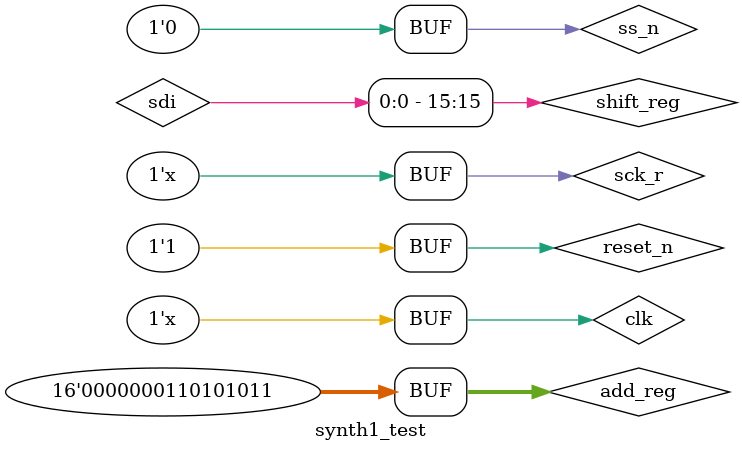
<source format=v>

module synth1_test();
  
  `timescale 1ps / 1ps
  
  reg         clk, reset_n, ss_n, sck_r;
  
  wire          sdi, sck;
  
  reg   [15:0]  shift_reg, add_reg;
  
  assign sdi = shift_reg[15];
  
  initial
  begin
    clk <= 0;
    reset_n <= 0;
    ss_n <= 0;
    sck_r <= 1;
    add_reg <= 16'h01AB;
    shift_reg <= 16'h01AB;
    #1000
    reset_n <= 1;
  end
  
  parameter CLOCK_INT = 20;
  
  always #(CLOCK_INT / 10) clk <= ~clk;
  always #(CLOCK_INT / 2 ) if(reset_n)sck_r <= ~sck_r;
  
  always @(posedge sck_r)
  begin
    if(!reset_n)
      begin
        shift_reg <= shift_reg;
      end
    else
      begin
        shift_reg <= {shift_reg[14:0], 1'b0};
     end
 end
  
synth1 s1(
        .clk(clk),
        .reset_n(reset_n),
        .sdi(sdi),
        .sck(sck_r),
        .ss_n(ss_n),
        .lrck(),
        .sdo(),
        .bck());
        
endmodule

</source>
